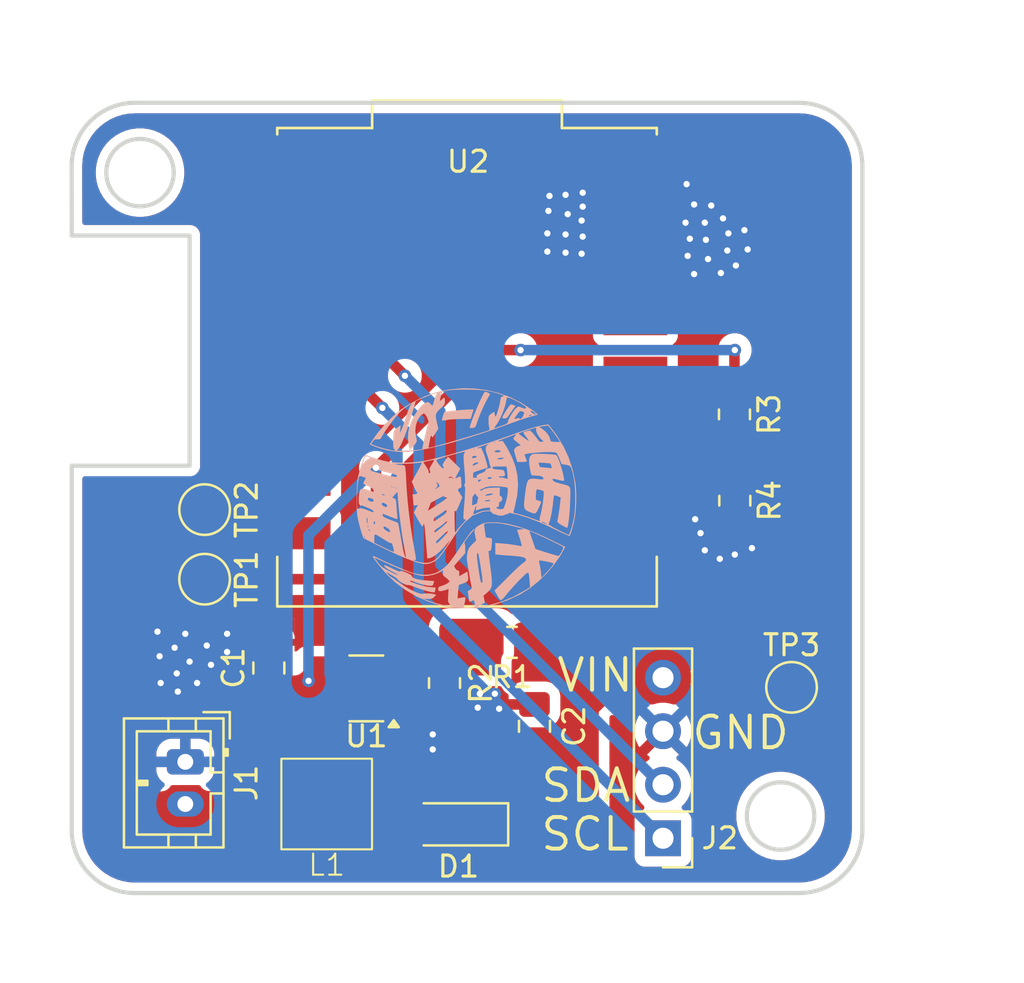
<source format=kicad_pcb>
(kicad_pcb (version 20241229) (generator "pcbnew") (generator_version "9.0")
  (layers (0 "F.Cu" signal) (2 "B.Cu" signal) (13 "F.Paste" user) (15 "B.Paste" user) (5 "F.SilkS" user "F.Silkscreen") (7 "B.SilkS" user "B.Silkscreen") (1 "F.Mask" user) (3 "B.Mask" user) (25 "Edge.Cuts" user))
  (net 0 "")
  (net 1 "B-")
  (net 2 "B+")
  (net 3 "5V_boost")
  (net 4 "Net-(D1-A)")
  (net 5 "SCL")
  (net 6 "SDA")
  (net 7 "Net-(U1-FB)")
  (net 8 "ADC_IN")
  (footprint "esp32_-c3-supermini:MODULE_ESP32-C3_SUPERMINI" (layer "F.Cu") (at 153.6192 93.1672)
    (property "Reference" "U2" (at 0.0508 -9.7536 0) (layer "F.SilkS"))
    (property "Value" "ESP32-C3_SUPERMINI_SMD")
    (pad "0" smd rect (at 7.985 7.88) (size 3.025 1.524) (layers "F.Cu" "F.Mask" "F.Paste"))
    (pad "1" smd rect (at 7.985 5.34) (size 3.025 1.524) (layers "F.Cu" "F.Mask" "F.Paste") (net 8 "ADC_IN"))
    (pad "2" smd rect (at 7.985 2.8) (size 3.025 1.524) (layers "F.Cu" "F.Mask" "F.Paste"))
    (pad "3" smd rect (at 7.985 0.26) (size 3.025 1.524) (layers "F.Cu" "F.Mask" "F.Paste"))
    (pad "3.3" smd rect (at 7.985 -4.82) (size 3.025 1.524) (layers "F.Cu" "F.Mask" "F.Paste"))
    (pad "4" smd rect (at 7.985 -2.28) (size 3.025 1.524) (layers "F.Cu" "F.Mask" "F.Paste"))
    (pad "5" smd rect (at -7.985 -9.9) (size 3.025 1.524) (layers "F.Cu" "F.Mask" "F.Paste"))
    (pad "5V" smd rect (at 7.985 -9.9) (size 3.025 1.524) (layers "F.Cu" "F.Mask" "F.Paste") (net 3 "5V_boost"))
    (pad "6" smd rect (at -7.985 -7.36) (size 3.025 1.524) (layers "F.Cu" "F.Mask" "F.Paste"))
    (pad "7" smd rect (at -7.985 -4.82) (size 3.025 1.524) (layers "F.Cu" "F.Mask" "F.Paste"))
    (pad "8" smd rect (at -7.985 -2.28) (size 3.025 1.524) (layers "F.Cu" "F.Mask" "F.Paste") (net 6 "SDA"))
    (pad "9" smd rect (at -7.985 0.26) (size 3.025 1.524) (layers "F.Cu" "F.Mask" "F.Paste") (net 5 "SCL"))
    (pad "10" smd rect (at -7.985 2.8) (size 3.025 1.524) (layers "F.Cu" "F.Mask" "F.Paste"))
    (pad "20" smd rect (at -7.985 5.34) (size 3.025 1.524) (layers "F.Cu" "F.Mask" "F.Paste"))
    (pad "21" smd rect (at -7.985 7.88) (size 3.025 1.524) (layers "F.Cu" "F.Mask" "F.Paste"))
    (pad "G" smd rect (at 7.985 -7.36) (size 3.025 1.524) (layers "F.Cu" "F.Mask" "F.Paste") (net 1 "B-"))
  )
  (footprint "Capacitor_SMD:C_0805_2012Metric_Pad1.18x1.45mm_HandSolder" (layer "F.Cu") (at 144.2212 107.442 90)
    (property "Reference" "C1" (at 0.000001 -1.68 90) (layer "F.SilkS"))
    (property "Value" "22uF")
    (pad "1" smd roundrect (at -1.0375 0 90) (size 1.175 1.45) (layers "F.Cu" "F.Mask" "F.Paste") (roundrect_rratio 0.212766) (net 2 "B+"))
    (pad "2" smd roundrect (at 1.0375 0 90) (size 1.175 1.45) (layers "F.Cu" "F.Mask" "F.Paste") (roundrect_rratio 0.212766) (net 1 "B-"))
  )
  (footprint "TestPoint:TestPoint_Pad_D2.0mm" (layer "F.Cu") (at 141.1732 99.9236 -90)
    (property "Reference" "TP2" (at 0 -1.998 90) (layer "F.SilkS"))
    (property "Value" "TestPoint")
    (pad "1" smd circle (at 0 0 270) (size 2 2) (layers "F.Cu" "F.Mask") (net 1 "B-"))
  )
  (footprint "Resistor_SMD:R_0805_2012Metric_Pad1.20x1.40mm_HandSolder" (layer "F.Cu") (at 166.303 95.405002 -90)
    (property "Reference" "R3" (at 0 -1.65 90) (layer "F.SilkS"))
    (property "Value" "7.5k")
    (pad "1" smd roundrect (at -1 0 270) (size 1.2 1.4) (layers "F.Cu" "F.Mask" "F.Paste") (roundrect_rratio 0.208333) (net 2 "B+"))
    (pad "2" smd roundrect (at 1 0 270) (size 1.2 1.4) (layers "F.Cu" "F.Mask" "F.Paste") (roundrect_rratio 0.208333) (net 8 "ADC_IN"))
  )
  (footprint "Resistor_SMD:R_0805_2012Metric_Pad1.20x1.40mm_HandSolder" (layer "F.Cu") (at 155.7528 106.2228 180)
    (property "Reference" "R1" (at 0 -1.65 0) (layer "F.SilkS"))
    (property "Value" "7.5k")
    (pad "1" smd roundrect (at -1 0 180) (size 1.2 1.4) (layers "F.Cu" "F.Mask" "F.Paste") (roundrect_rratio 0.208333) (net 3 "5V_boost"))
    (pad "2" smd roundrect (at 1 0 180) (size 1.2 1.4) (layers "F.Cu" "F.Mask" "F.Paste") (roundrect_rratio 0.208333) (net 7 "Net-(U1-FB)"))
  )
  (footprint "Resistor_SMD:R_0805_2012Metric_Pad1.20x1.40mm_HandSolder" (layer "F.Cu") (at 166.3192 99.501201 -90)
    (property "Reference" "R4" (at 0 -1.65 90) (layer "F.SilkS"))
    (property "Value" "2k")
    (pad "1" smd roundrect (at -1 0 270) (size 1.2 1.4) (layers "F.Cu" "F.Mask" "F.Paste") (roundrect_rratio 0.208333) (net 8 "ADC_IN"))
    (pad "2" smd roundrect (at 1 0 270) (size 1.2 1.4) (layers "F.Cu" "F.Mask" "F.Paste") (roundrect_rratio 0.208333) (net 1 "B-"))
  )
  (footprint "Resistor_SMD:R_0805_2012Metric_Pad1.20x1.40mm_HandSolder" (layer "F.Cu") (at 152.5524 108.1532 -90)
    (property "Reference" "R2" (at 0 -1.7272 90) (layer "F.SilkS"))
    (property "Value" "1k")
    (pad "1" smd roundrect (at -1 0 270) (size 1.2 1.4) (layers "F.Cu" "F.Mask" "F.Paste") (roundrect_rratio 0.208333) (net 7 "Net-(U1-FB)"))
    (pad "2" smd roundrect (at 1 0 270) (size 1.2 1.4) (layers "F.Cu" "F.Mask" "F.Paste") (roundrect_rratio 0.208333) (net 1 "B-"))
  )
  (footprint "Package_TO_SOT_SMD:SOT-23-6" (layer "F.Cu") (at 148.844 108.4072 180)
    (property "Reference" "U1" (at 0.000001 -2.271898 0) (layer "F.SilkS"))
    (property "Value" "MT3608")
    (pad "1" smd roundrect (at -1.1375 -0.95 180) (size 1.325 0.6) (layers "F.Cu" "F.Mask" "F.Paste") (net 4 "Net-(D1-A)"))
    (pad "2" smd roundrect (at -1.1375 0 180) (size 1.325 0.6) (layers "F.Cu" "F.Mask" "F.Paste") (net 1 "B-"))
    (pad "3" smd roundrect (at -1.1375 0.95 180) (size 1.325 0.6) (layers "F.Cu" "F.Mask" "F.Paste") (net 7 "Net-(U1-FB)"))
    (pad "4" smd roundrect (at 1.1375 0.95 180) (size 1.325 0.6) (layers "F.Cu" "F.Mask" "F.Paste") (net 2 "B+"))
    (pad "5" smd roundrect (at 1.1375 0 180) (size 1.325 0.6) (layers "F.Cu" "F.Mask" "F.Paste") (net 2 "B+"))
    (pad "6" smd roundrect (at 1.1375 -0.95 180) (size 1.325 0.6) (layers "F.Cu" "F.Mask" "F.Paste"))
  )
  (footprint "Connector_PinHeader_2.54mm:PinHeader_1x04_P2.54mm_Vertical" (layer "F.Cu") (at 162.9156 115.5192 180)
    (property "Reference" "J2" (at -2.6924 0 0) (layer "F.SilkS"))
    (property "Value" "Conn_01x04")
    (pad "1" thru_hole rect (at 0 0 180) (size 1.7 1.7) (drill 1) (layers "*.Cu" "*.Mask") (net 5 "SCL"))
    (pad "2" thru_hole circle (at 0 2.54 180) (size 1.7 1.7) (drill 1) (layers "*.Cu" "*.Mask") (net 6 "SDA"))
    (pad "3" thru_hole circle (at 0 5.08 180) (size 1.7 1.7) (drill 1) (layers "*.Cu" "*.Mask") (net 1 "B-"))
    (pad "4" thru_hole circle (at 0 7.62 180) (size 1.7 1.7) (drill 1) (layers "*.Cu" "*.Mask") (net 3 "5V_boost"))
  )
  (footprint "TestPoint:TestPoint_Pad_D2.0mm" (layer "F.Cu") (at 141.1732 103.2256 -90)
    (property "Reference" "TP1" (at 0 -1.998 90) (layer "F.SilkS"))
    (property "Value" "TestPoint")
    (pad "1" smd circle (at 0 0 270) (size 2 2) (layers "F.Cu" "F.Mask") (net 2 "B+"))
  )
  (footprint "TestPoint:TestPoint_Pad_D2.0mm" (layer "F.Cu") (at 169.0116 108.3564)
    (property "Reference" "TP3" (at 0 -1.998 0) (layer "F.SilkS"))
    (property "Value" "TestPoint")
    (pad "1" smd circle (at 0 0) (size 2 2) (layers "F.Cu" "F.Mask") (net 3 "5V_boost"))
  )
  (footprint "s2:CD32_inductor" (layer "F.Cu") (at 146.9644 113.8936)
    (property "Reference" "L1" (at 0 2.8956 0) (layer "F.SilkS") (effects (font (thickness 0.1))))
    (property "Value" "22uH")
    (pad "1" smd roundrect (at -1.3 0) (size 1.4 3.5) (layers "F.Cu" "F.Mask" "F.Paste") (roundrect_rratio 0.15) (net 2 "B+"))
    (pad "2" smd roundrect (at 1.3 0) (size 1.4 3.5) (layers "F.Cu" "F.Mask" "F.Paste") (roundrect_rratio 0.15) (net 4 "Net-(D1-A)"))
  )
  (footprint "Connector_JST:JST_PH_B2B-PH-K_1x02_P2.00mm_Vertical" (layer "F.Cu") (at 140.258799 111.893599 -90)
    (property "Reference" "J1" (at 1.000001 -2.9 90) (layer "F.SilkS"))
    (property "Value" "Conn_01x02")
    (pad "1" thru_hole roundrect (at 0 0 270) (size 1.2 1.75) (drill 0.75) (layers "*.Cu" "*.Mask") (roundrect_rratio 0.208333) (net 1 "B-"))
    (pad "2" thru_hole oval (at 2 0 270) (size 1.2 1.75) (drill 0.75) (layers "*.Cu" "*.Mask") (net 2 "B+"))
  )
  (footprint "Diode_SMD:D_SOD-123" (layer "F.Cu") (at 153.2128 114.8588 180)
    (property "Reference" "D1" (at -0.000001 -2.000001 0) (layer "F.SilkS"))
    (property "Value" "1N5819")
    (pad "1" smd roundrect (at -1.65 0 180) (size 0.9 1.2) (layers "F.Cu" "F.Mask" "F.Paste") (net 3 "5V_boost"))
    (pad "2" smd roundrect (at 1.65 0 180) (size 0.9 1.2) (layers "F.Cu" "F.Mask" "F.Paste") (net 4 "Net-(D1-A)"))
  )
  (footprint "Capacitor_SMD:C_0805_2012Metric_Pad1.18x1.45mm_HandSolder" (layer "F.Cu") (at 156.8196 110.2067 90)
    (property "Reference" "C2" (at 0.000001 1.8796 90) (layer "F.SilkS"))
    (property "Value" "22uF")
    (pad "1" smd roundrect (at -1.0375 0 90) (size 1.175 1.45) (layers "F.Cu" "F.Mask" "F.Paste") (roundrect_rratio 0.212766) (net 3 "5V_boost"))
    (pad "2" smd roundrect (at 1.0375 0 90) (size 1.175 1.45) (layers "F.Cu" "F.Mask" "F.Paste") (roundrect_rratio 0.212766) (net 1 "B-"))
  )
  (footprint "towa:towa" (layer "B.Cu") (at 153.606744 99.376357 180)
    (property "Reference" "G***" (at 0 0 0) (layer "B.SilkS") (effects (font (size 1.5 1.5) (thickness 0.3)) (justify mirror)))
    (property "Value" "LOGO" (hide yes))
  )
  (gr_arc (start 134.869199 83.619601) (mid 135.747879 81.49828) (end 137.8692 80.6196) (stroke (width 0.2)) (layer "Edge.Cuts"))
  (gr_circle (center 138.111199 83.9328) (end 139.711199 83.9328) (stroke (width 0.2)) (fill no) (layer "Edge.Cuts"))
  (gr_line (start 169.369199 80.6196) (end 137.8692 80.6196) (stroke (width 0.2)) (layer "Edge.Cuts"))
  (gr_circle (center 168.489599 114.4636) (end 170.089599 114.4636) (stroke (width 0.2)) (fill no) (layer "Edge.Cuts"))
  (gr_arc (start 169.369199 80.6196) (mid 171.490519 81.49828) (end 172.369199 83.6196) (stroke (width 0.2)) (layer "Edge.Cuts"))
  (gr_arc (start 172.369199 115.1196) (mid 171.490519 117.24092) (end 169.369199 118.1196) (stroke (width 0.2)) (layer "Edge.Cuts"))
  (gr_line (start 172.369199 115.1196) (end 172.369199 83.6196) (stroke (width 0.2)) (layer "Edge.Cuts"))
  (gr_arc (start 137.8692 118.1196) (mid 135.747879 117.24092) (end 134.869199 115.119599) (stroke (width 0.2)) (layer "Edge.Cuts"))
  (gr_line (start 134.874 97.8408) (end 134.874 115.119599) (stroke (width 0.2)) (layer "Edge.Cuts"))
  (gr_line (start 134.869036 86.9188) (end 140.462 86.9188) (stroke (width 0.2)) (layer "Edge.Cuts"))
  (gr_line (start 134.869036 83.6168) (end 134.874 86.9188) (stroke (width 0.2)) (layer "Edge.Cuts"))
  (gr_line (start 137.8692 118.1196) (end 169.369199 118.1196) (stroke (width 0.2)) (layer "Edge.Cuts"))
  (gr_line (start 140.462 97.840918) (end 134.874 97.8408) (stroke (width 0.2)) (layer "Edge.Cuts"))
  (gr_line (start 140.462 86.9188) (end 140.462 97.840918) (stroke (width 0.2)) (layer "Edge.Cuts"))
  (gr_text "SDA" (at 157.0228 113.8936 0) (layer "F.SilkS") (effects (font (size 1.5 1.5) (thickness 0.1875)) (justify left bottom)))
  (gr_text "SCL\n\n" (at 157.0228 118.618 0) (layer "F.SilkS") (effects (font (size 1.5 1.5) (thickness 0.1875)) (justify left bottom)))
  (gr_text "VIN\n" (at 157.7848 108.6612 0) (layer "F.SilkS") (effects (font (size 1.5 1.5) (thickness 0.1875)) (justify left bottom)))
  (gr_text "GND" (at 164.1856 111.391701 0) (layer "F.SilkS") (effects (font (size 1.5 1.5) (thickness 0.1875)) (justify left bottom)))
  (segment (start 150.9776 108.4072) (end 151.2316 108.6612) (width 0.7) (layer "F.Cu") (net 1))
  (segment (start 152.060399 108.6612) (end 152.5524 109.153201) (width 0.7) (layer "F.Cu") (net 1))
  (segment (start 149.9815 108.4072) (end 149.279031 108.4072) (width 0.33) (layer "F.Cu") (net 1))
  (segment (start 148.4884 106.2228) (end 144.4029 106.2228) (width 0.33) (layer "F.Cu") (net 1))
  (segment (start 149.279031 108.4072) (end 148.8948 108.022969) (width 0.33) (layer "F.Cu") (net 1))
  (segment (start 149.9815 108.4072) (end 150.9776 108.4072) (width 0.7) (layer "F.Cu") (net 1))
  (segment (start 148.8948 106.6292) (end 148.4884 106.2228) (width 0.33) (layer "F.Cu") (net 1))
  (segment (start 144.4029 106.2228) (end 144.2212 106.4045) (width 0.33) (layer "F.Cu") (net 1))
  (segment (start 148.8948 108.022969) (end 148.8948 106.6292) (width 0.33) (layer "F.Cu") (net 1))
  (segment (start 151.2316 108.6612) (end 152.060399 108.6612) (width 0.7) (layer "F.Cu") (net 1))
  (via (at 158.3944 85.9028) (size 0.6) (drill 0.3) (layers "F.Cu" "B.Cu") (net 1))
  (via (at 159.0548 87.7824) (size 0.6) (drill 0.3) (layers "F.Cu" "B.Cu") (net 1))
  (via (at 154.1272 109.3216) (size 0.6) (drill 0.3) (layers "F.Cu" "B.Cu") (net 1))
  (via (at 157.4292 87.6808) (size 0.6) (drill 0.3) (layers "F.Cu" "B.Cu") (net 1))
  (via (at 165.2016 85.4964) (size 0.6) (drill 0.3) (layers "F.Cu" "B.Cu") (net 1))
  (via (at 140.462 107.1372) (size 0.6) (drill 0.3) (layers "F.Cu" "B.Cu") (net 1))
  (via (at 164.8968 86.3092) (size 0.6) (drill 0.3) (layers "F.Cu" "B.Cu") (net 1))
  (via (at 151.9936 110.5916) (size 0.6) (drill 0.3) (layers "F.Cu" "B.Cu") (net 1))
  (via (at 139.7508 106.4768) (size 0.6) (drill 0.3) (layers "F.Cu" "B.Cu") (net 1))
  (via (at 151.9936 111.3028) (size 0.6) (drill 0.3) (layers "F.Cu" "B.Cu") (net 1))
  (via (at 139.9032 108.5596) (size 0.6) (drill 0.3) (layers "F.Cu" "B.Cu") (net 1))
  (via (at 167.132 101.7524) (size 0.6) (drill 0.3) (layers "F.Cu" "B.Cu") (net 1))
  (via (at 164.8968 101.854) (size 0.6) (drill 0.3) (layers "F.Cu" "B.Cu") (net 1))
  (via (at 165.0492 88.0364) (size 0.6) (drill 0.3) (layers "F.Cu" "B.Cu") (net 1))
  (via (at 165.7604 86.106) (size 0.6) (drill 0.3) (layers "F.Cu" "B.Cu") (net 1))
  (via (at 140.2588 105.8164) (size 0.6) (drill 0.3) (layers "F.Cu" "B.Cu") (net 1))
  (via (at 140.8176 108.1532) (size 0.6) (drill 0.3) (layers "F.Cu" "B.Cu") (net 1))
  (via (at 158.2928 86.868) (size 0.6) (drill 0.3) (layers "F.Cu" "B.Cu") (net 1))
  (via (at 157.48 85.7504) (size 0.6) (drill 0.3) (layers "F.Cu" "B.Cu") (net 1))
  (via (at 166.9288 87.5792) (size 0.6) (drill 0.3) (layers "F.Cu" "B.Cu") (net 1))
  (via (at 164.0332 84.4804) (size 0.6) (drill 0.3) (layers "F.Cu" "B.Cu") (net 1))
  (via (at 159.1056 85.5472) (size 0.6) (drill 0.3) (layers "F.Cu" "B.Cu") (net 1))
  (via (at 154.2288 108.6612) (size 0.6) (drill 0.3) (layers "F.Cu" "B.Cu") (net 1))
  (via (at 164.1856 87.0712) (size 0.6) (drill 0.3) (layers "F.Cu" "B.Cu") (net 1))
  (via (at 142.24 105.8164) (size 0.6) (drill 0.3) (layers "F.Cu" "B.Cu") (net 1))
  (via (at 155.1432 109.3724) (size 0.6) (drill 0.3) (layers "F.Cu" "B.Cu") (net 1))
  (via (at 164.4396 100.3808) (size 0.6) (drill 0.3) (layers "F.Cu" "B.Cu") (net 1))
  (via (at 139.0396 106.8832) (size 0.6) (drill 0.3) (layers "F.Cu" "B.Cu") (net 1))
  (via (at 154.94 108.6612) (size 0.6) (drill 0.3) (layers "F.Cu" "B.Cu") (net 1))
  (via (at 141.2748 106.3752) (size 0.6) (drill 0.3) (layers "F.Cu" "B.Cu") (net 1))
  (via (at 164.6936 101.0412) (size 0.6) (drill 0.3) (layers "F.Cu" "B.Cu") (net 1))
  (via (at 142.24 106.68) (size 0.6) (drill 0.3) (layers "F.Cu" "B.Cu") (net 1))
  (via (at 157.5308 85.0392) (size 0.6) (drill 0.3) (layers "F.Cu" "B.Cu") (net 1))
  (via (at 159.0548 86.2076) (size 0.6) (drill 0.3) (layers "F.Cu" "B.Cu") (net 1))
  (via (at 157.4292 86.8172) (size 0.6) (drill 0.3) (layers "F.Cu" "B.Cu") (net 1))
  (via (at 139.0904 108.1532) (size 0.6) (drill 0.3) (layers "F.Cu" "B.Cu") (net 1))
  (via (at 166.7764 86.6648) (size 0.6) (drill 0.3) (layers "F.Cu" "B.Cu") (net 1))
  (via (at 158.2928 87.7316) (size 0.6) (drill 0.3) (layers "F.Cu" "B.Cu") (net 1))
  (via (at 165.9636 87.63) (size 0.6) (drill 0.3) (layers "F.Cu" "B.Cu") (net 1))
  (via (at 164.084 87.884) (size 0.6) (drill 0.3) (layers "F.Cu" "B.Cu") (net 1))
  (via (at 158.2928 84.9884) (size 0.6) (drill 0.3) (layers "F.Cu" "B.Cu") (net 1))
  (via (at 166.0144 86.8172) (size 0.6) (drill 0.3) (layers "F.Cu" "B.Cu") (net 1))
  (via (at 141.478 107.2896) (size 0.6) (drill 0.3) (layers "F.Cu" "B.Cu") (net 1))
  (via (at 164.9476 87.122) (size 0.6) (drill 0.3) (layers "F.Cu" "B.Cu") (net 1))
  (via (at 164.3888 85.4456) (size 0.6) (drill 0.3) (layers "F.Cu" "B.Cu") (net 1))
  (via (at 159.1056 84.8868) (size 0.6) (drill 0.3) (layers "F.Cu" "B.Cu") (net 1))
  (via (at 163.9824 86.3092) (size 0.6) (drill 0.3) (layers "F.Cu" "B.Cu") (net 1))
  (via (at 164.3888 88.7476) (size 0.6) (drill 0.3) (layers "F.Cu" "B.Cu") (net 1))
  (via (at 159.1056 86.9696) (size 0.6) (drill 0.3) (layers "F.Cu" "B.Cu") (net 1))
  (via (at 165.6588 88.6968) (size 0.6) (drill 0.3) (layers "F.Cu" "B.Cu") (net 1))
  (via (at 139.8524 107.696) (size 0.6) (drill 0.3) (layers "F.Cu" "B.Cu") (net 1))
  (via (at 166.37 88.3412) (size 0.6) (drill 0.3) (layers "F.Cu" "B.Cu") (net 1))
  (via (at 138.938 105.7148) (size 0.6) (drill 0.3) (layers "F.Cu" "B.Cu") (net 1))
  (via (at 166.3192 102.0572) (size 0.6) (drill 0.3) (layers "F.Cu" "B.Cu") (net 1))
  (via (at 165.608 102.2604) (size 0.6) (drill 0.3) (layers "F.Cu" "B.Cu") (net 1))
  (segment (start 141.1732 103.2256) (end 147.1168 103.2256) (width 0.5) (layer "F.Cu") (net 2))
  (segment (start 154.8892 92.3544) (end 156.1592 92.3544) (width 0.5) (layer "F.Cu") (net 2))
  (segment (start 149.3012 101.0412) (end 149.3012 97.9424) (width 0.5) (layer "F.Cu") (net 2))
  (segment (start 166.303 92.3706) (end 166.3192 92.3544) (width 0.5) (layer "F.Cu") (net 2))
  (segment (start 147.1168 103.2256) (end 149.3012 101.0412) (width 0.5) (layer "F.Cu") (net 2))
  (segment (start 166.303 94.405002) (end 166.303 92.3706) (width 0.5) (layer "F.Cu") (net 2))
  (segment (start 149.3012 97.9424) (end 154.8892 92.3544) (width 0.5) (layer "F.Cu") (net 2))
  (via (at 149.3012 97.9424) (size 0.6) (drill 0.3) (layers "F.Cu" "B.Cu") (net 2))
  (via (at 166.3192 92.3544) (size 0.6) (drill 0.3) (layers "F.Cu" "B.Cu") (net 2))
  (via (at 156.1592 92.3544) (size 0.6) (drill 0.3) (layers "F.Cu" "B.Cu") (net 2))
  (via (at 146.1008 108.0516) (size 0.6) (drill 0.3) (layers "F.Cu" "B.Cu") (net 2))
  (segment (start 146.1008 101.1428) (end 149.3012 97.9424) (width 0.5) (layer "B.Cu") (net 2))
  (segment (start 156.1592 92.3544) (end 166.3192 92.3544) (width 0.5) (layer "B.Cu") (net 2))
  (segment (start 146.1008 108.0516) (end 146.1008 101.1428) (width 0.5) (layer "B.Cu") (net 2))
  (segment (start 165.2016 107.8992) (end 162.9156 107.8992) (width 0.5) (layer "F.Cu") (net 3))
  (segment (start 168.9506 104.1502) (end 165.2016 107.8992) (width 0.5) (layer "F.Cu") (net 3))
  (segment (start 161.1376 107.8992) (end 162.9156 107.8992) (width 0.5) (layer "F.Cu") (net 3))
  (segment (start 164.9536 83.2672) (end 168.9506 87.2642) (width 0.5) (layer "F.Cu") (net 3))
  (segment (start 168.9506 87.2642) (end 168.9506 104.1502) (width 0.5) (layer "F.Cu") (net 3))
  (segment (start 156.8196 111.2442) (end 157.7926 111.2442) (width 0.5) (layer "F.Cu") (net 3))
  (segment (start 157.7926 111.2442) (end 161.1376 107.8992) (width 0.5) (layer "F.Cu") (net 3))
  (segment (start 161.6042 83.2672) (end 164.9536 83.2672) (width 0.5) (layer "F.Cu") (net 3))
  (segment (start 145.6342 93.4272) (end 147.9356 93.4272) (width 0.5) (layer "F.Cu") (net 5))
  (segment (start 147.9356 93.4272) (end 149.606 95.0976) (width 0.5) (layer "F.Cu") (net 5))
  (via (at 149.606 95.0976) (size 0.6) (drill 0.3) (layers "F.Cu" "B.Cu") (net 5))
  (segment (start 151.3222 96.8138) (end 151.3222 103.9258) (width 0.5) (layer "B.Cu") (net 5))
  (segment (start 149.606 95.0976) (end 151.3222 96.8138) (width 0.5) (layer "B.Cu") (net 5))
  (segment (start 151.3222 103.9258) (end 162.9156 115.5192) (width 0.5) (layer "B.Cu") (net 5))
  (segment (start 147.9864 90.8872) (end 145.6342 90.8872) (width 0.5) (layer "F.Cu") (net 6))
  (segment (start 150.6728 93.5736) (end 147.9864 90.8872) (width 0.5) (layer "F.Cu") (net 6))
  (via (at 150.6728 93.5736) (size 0.6) (drill 0.3) (layers "F.Cu" "B.Cu") (net 6))
  (segment (start 162.814 112.9792) (end 162.9156 112.9792) (width 0.5) (layer "B.Cu") (net 6))
  (segment (start 152.349199 95.249999) (end 152.349199 102.514399) (width 0.5) (layer "B.Cu") (net 6))
  (segment (start 152.349199 102.514399) (end 162.814 112.9792) (width 0.5) (layer "B.Cu") (net 6))
  (segment (start 150.6728 93.5736) (end 152.349199 95.249999) (width 0.5) (layer "B.Cu") (net 6))
  (segment (start 166.303 98.485) (end 166.3192 98.5012) (width 0.5) (layer "F.Cu") (net 8))
  (segment (start 161.6102 98.5012) (end 161.6042 98.5072) (width 0.5) (layer "F.Cu") (net 8))
  (segment (start 166.3192 98.5012) (end 161.6102 98.5012) (width 0.5) (layer "F.Cu") (net 8))
  (segment (start 166.303 96.405003) (end 166.303 98.485) (width 0.5) (layer "F.Cu") (net 8))
  (zone (net 7) (net_name "Net-(U1-FB)") (layer "F.Cu") (priority 4) (connect_pads yes (clearance 0.5)) (min_thickness 0.25) (fill yes (thermal_gap 0.5) (thermal_bridge_width 0.5) (smoothing fillet) (radius 0.5))
    (polygon (pts (xy 149.1488 106.172) (xy 149.1488 107.7976) (xy 155.5496 107.7976) (xy 155.5496 105.1052) (xy 152.2984 105.1052) (xy 152.2984 106.172)))
  )
  (zone (net 2) (net_name "B+") (layer "F.Cu") (priority 1) (connect_pads yes (clearance 0.5)) (min_thickness 0.25) (fill yes (thermal_gap 0.5) (thermal_bridge_width 0.7) (smoothing fillet) (radius 0.5))
    (polygon (pts (xy 138.458799 112.993599) (xy 138.43 116.586) (xy 146.7612 116.5352) (xy 146.7612 108.8644) (xy 148.5392 108.8644) (xy 148.5392 106.847201) (xy 145.8976 106.847201) (xy 145.8468 107.442) (xy 143.2412 107.442) (xy 143.256 112.9792)))
  )
  (zone (net 3) (net_name "5V_boost") (layer "F.Cu") (priority 5) (connect_pads yes (clearance 0.5)) (min_thickness 0.25) (fill yes (thermal_gap 0.5) (thermal_bridge_width 0.5) (smoothing fillet) (radius 0.5))
    (polygon (pts (xy 153.162 110.1344) (xy 153.162 116.2812) (xy 159.8676 116.2812) (xy 159.8676 109.1692) (xy 164.2364 109.1692) (xy 164.1856 105.1052) (xy 155.7528 105.2728) (xy 155.702 110.1344)))
  )
  (zone (net 1) (net_name "B-") (layer "F.Cu") (priority 2) (connect_pads (clearance 0.5)) (min_thickness 0.25) (fill yes (thermal_gap 0.5) (thermal_bridge_width 0.5) (smoothing fillet) (radius 0.5))
    (polygon (pts (xy 138.458799 112.7936) (xy 141.8336 112.776) (xy 141.8336 107.2896) (xy 145.4404 107.2896) (xy 145.4404 105.1052) (xy 138.4808 105.2068)))
  )
  (zone (net 4) (net_name "Net-(D1-A)") (layer "F.Cu") (priority 3) (connect_pads yes (clearance 0.5)) (min_thickness 0.25) (fill yes (thermal_gap 0.5) (thermal_bridge_width 0.5) (smoothing fillet) (radius 0.5))
    (polygon (pts (xy 147.2184 110.8456) (xy 147.2184 116.5352) (xy 152.9588 116.5352) (xy 152.9588 112.5728) (xy 151.0284 112.5728) (xy 151.0284 109.0168) (xy 148.9456 109.0168) (xy 148.9456 110.8456)))
  )
  (zone (net 1) (net_name "B-") (layers "F.Cu" "B.Cu") (connect_pads (clearance 0.5)) (min_thickness 0.25) (fill yes (thermal_gap 0.5) (thermal_bridge_width 0.5))
    (polygon (pts (xy 131.4704 75.7428) (xy 131.6736 122.3772) (xy 180.0352 122.0724) (xy 176.7332 76.2)))
  )
)
</source>
